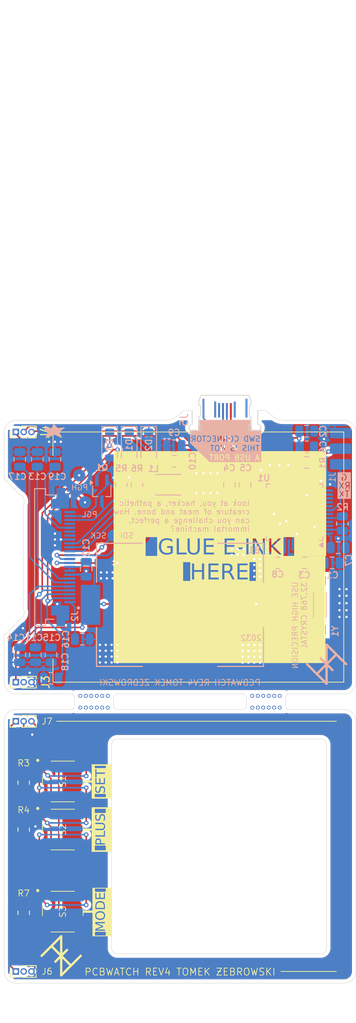
<source format=kicad_pcb>
(kicad_pcb (version 20241229) (generator "pcbnew") (generator_version "9.0")
  (layers (0 "F.Cu" signal) (2 "B.Cu" signal) (13 "F.Paste" user) (15 "B.Paste" user) (5 "F.SilkS" user "F.Silkscreen") (7 "B.SilkS" user "B.Silkscreen") (1 "F.Mask" user) (3 "B.Mask" user) (25 "Edge.Cuts" user))
  (net 0 "")
  (net 19 "/NRST")
  (net 20 "Net-(U1-PC15)")
  (net 21 "Net-(U1-PC14)")
  (net 22 "Net-(U1-BOOT0)")
  (net 23 "/SWDIO")
  (net 24 "/SWCLK")
  (net 25 "GND")
  (net 26 "+3V0")
  (net 27 "Net-(J2-VSH2)")
  (net 28 "Net-(J2-VDD)")
  (net 29 "Net-(J2-VSH1)")
  (net 30 "Net-(J2-VSL)")
  (net 31 "Net-(J2-VCOM)")
  (net 32 "/PREVGL")
  (net 33 "Net-(D3-A)")
  (net 34 "Net-(D1-K)")
  (net 35 "/PREVGH")
  (net 36 "Net-(J2-VPP)")
  (net 37 "/GDR")
  (net 39 "/SCLK")
  (net 40 "/D{slash}C")
  (net 45 "/RES")
  (net 47 "/RESE")
  (net 48 "/SDI")
  (net 49 "/BUSY")
  (net 50 "/CS")
  (net 54 "/TX")
  (net 55 "/RX")
  (net 68 "GND-T")
  (net 69 "/BUTTON1-T")
  (net 70 "+3V0-T")
  (net 71 "/BUTTON2-T")
  (net 72 "/BUTTON3-T")
  (net 73 "/BUTTON1")
  (net 74 "/BUTTON2")
  (net 76 "/BUTTON3")
  (footprint "E-Ink-1.54:E-Ink 1.54 Display" (layer "F.Cu") (at 206.25 26.5)
    (property "Reference" "e-ink1")
    (property "Value" "~")
  )
  (footprint "Connector_PinHeader_1.00mm:PinHeader_1x03_P1.00mm_Vertical" (layer "F.Cu") (at 201.5 58.5 90)
    (property "Reference" "J3")
    (property "Value" "Pin header A")
  )
  (footprint "Connector_PinHeader_1.00mm:PinHeader_1x03_P1.00mm_Vertical" (layer "F.Cu") (at 201.5 63.5 90)
    (property "Reference" "J7")
    (property "Value" "Pin header B top")
  )
  (footprint "PTS526_SM15_SMTR2_LFS:PTS526SM15SMTR2LFS" (layer "F.Cu") (at 207.5 71.2)
    (property "Reference" "S1")
    (property "Value" "BUTTON")
  )
  (footprint "Resistor_SMD:R_0805_2012Metric" (layer "F.Cu") (at 202.5 71.35 90)
    (property "Reference" "R3")
    (property "Value" "100K")
  )
  (footprint "Connector_PinHeader_1.00mm:PinHeader_1x03_P1.00mm_Vertical" (layer "F.Cu") (at 201.5 26.5 90)
    (property "Reference" "J4")
    (property "Value" "Pin header B")
  )
  (footprint "PCB_USBC:PCBTypeC_14P" (layer "F.Cu") (at 228.25 26.25 90)
    (property "Reference" "J5")
    (property "Value" "~")
    (fp_line (start 0.700999 -4.2) (end 2.5 -4.2) (stroke (width 0.1)) (layer "Edge.Cuts"))
    (fp_line (start 0 -3.93701) (end 0 -3.61) (stroke (width 0.1)) (layer "Edge.Cuts"))
    (fp_line (start 3.7 -3.345) (end 3.199998 -3.345) (stroke (width 0.1)) (layer "Edge.Cuts"))
    (fp_line (start 3.7 -3.345) (end 4.45 -3.045) (stroke (width 0.1)) (layer "Edge.Cuts"))
    (fp_line (start 1.700002 -3.345) (end 0.7 -3.345) (stroke (width 0.1)) (layer "Edge.Cuts"))
    (fp_line (start 2.90871 -3.096) (end 1.9916 -3.096) (stroke (width 0.1)) (layer "Edge.Cuts"))
    (fp_line (start 4.45 -3.045) (end 4.45 3.045) (stroke (width 0.1)) (layer "Edge.Cuts"))
    (fp_line (start 2.90845 3.096) (end 1.99129 3.096) (stroke (width 0.1)) (layer "Edge.Cuts"))
    (fp_line (start 3.7 3.345) (end 4.45 3.045) (stroke (width 0.1)) (layer "Edge.Cuts"))
    (fp_line (start 3.7 3.345) (end 3.199962 3.345) (stroke (width 0.1)) (layer "Edge.Cuts"))
    (fp_line (start 1.700002 3.345) (end 0.7 3.345) (stroke (width 0.1)) (layer "Edge.Cuts"))
    (fp_line (start 0 3.93701) (end 0 3.61) (stroke (width 0.1)) (layer "Edge.Cuts"))
    (fp_line (start 0.700999 4.2) (end 2.5 4.2) (stroke (width 0.1)) (layer "Edge.Cuts"))
    (fp_arc (start 0 -3.93701) (mid 0.160643 -4.574566) (end 0.700999 -4.2) (stroke (width 0.1)) (layer "Edge.Cuts"))
    (fp_arc (start 3.199998 -3.345) (mid 3.10022 -3.166653) (end 2.90871 -3.096) (stroke (width 0.1)) (layer "Edge.Cuts"))
    (fp_arc (start 0.7 -3.345) (mid 0.159644 -2.970434) (end -0.000999 -3.60799) (stroke (width 0.1)) (layer "Edge.Cuts"))
    (fp_arc (start 1.9916 -3.096) (mid 1.799849 -3.166734) (end 1.700038 -3.345) (stroke (width 0.1)) (layer "Edge.Cuts"))
    (fp_arc (start 2.90845 3.096) (mid 3.100151 3.166734) (end 3.199962 3.345) (stroke (width 0.1)) (layer "Edge.Cuts"))
    (fp_arc (start 1.700002 3.345) (mid 1.79978 3.166653) (end 1.99129 3.096) (stroke (width 0.1)) (layer "Edge.Cuts"))
    (fp_arc (start -0.000999 3.60799) (mid 0.159644 2.970434) (end 0.7 3.345) (stroke (width 0.1)) (layer "Edge.Cuts"))
    (fp_arc (start 0.700999 4.2) (mid 0.160442 4.574491) (end 0 3.93701) (stroke (width 0.1)) (layer "Edge.Cuts"))
  )
  (footprint "PTS526_SM15_SMTR2_LFS:PTS526SM15SMTR2LFS" (layer "F.Cu") (at 207.5 77.35)
    (property "Reference" "S2")
    (property "Value" "BUTTON")
  )
  (footprint "Connector_PinHeader_1.00mm:PinHeader_1x03_P1.00mm_Vertical" (layer "F.Cu") (at 201.5 95.5 90)
    (property "Reference" "J6")
    (property "Value" "Pin header A top")
  )
  (footprint "Resistor_SMD:R_0805_2012Metric" (layer "F.Cu") (at 202.5 88 90)
    (property "Reference" "R7")
    (property "Value" "100K")
  )
  (footprint "Resistor_SMD:R_0805_2012Metric" (layer "F.Cu") (at 202.5 77.35 90)
    (property "Reference" "R4")
    (property "Value" "100K")
  )
  (footprint "PTS526_SM15_SMTR2_LFS:PTS526SM15SMTR2LFS" (layer "F.Cu") (at 207.5 87.85)
    (property "Reference" "S3")
    (property "Value" "BUTTON")
  )
  (footprint "Resistor_SMD:R_0805_2012Metric" (layer "B.Cu") (at 243.274468 38.210496 90)
    (property "Reference" "R2")
    (property "Value" "10K")
  )
  (footprint "Diode_SMD:D_SOD-123" (layer "B.Cu") (at 218.5 28.1625 -90)
    (property "Reference" "D2")
    (property "Value" "MBR0530")
  )
  (footprint "Capacitor_SMD:C_0805_2012Metric" (layer "B.Cu") (at 241.95 43.25)
    (property "Reference" "C1")
    (property "Value" "10p")
  )
  (footprint "Resistor_SMD:R_0805_2012Metric" (layer "B.Cu") (at 217 33.25 -90)
    (property "Reference" "R6")
    (property "Value" "3/0.47/2.2")
  )
  (footprint "Capacitor_SMD:C_0805_2012Metric" (layer "B.Cu") (at 228.825 33.25 -90)
    (property "Reference" "C4")
    (property "Value" "10u")
  )
  (footprint "Capacitor_SMD:C_0805_2012Metric" (layer "B.Cu") (at 238.692536 30.4 180)
    (property "Reference" "C6")
    (property "Value" "0.1u")
  )
  (footprint "Capacitor_SMD:C_0805_2012Metric" (layer "B.Cu") (at 210.5 44.05 -90)
    (property "Reference" "C12")
    (property "Value" "1u")
  )
  (footprint "Capacitor_SMD:C_0805_2012Metric" (layer "B.Cu") (at 202 30 90)
    (property "Reference" "C17")
    (property "Value" "1u(optional)")
  )
  (footprint "Capacitor_SMD:C_0805_2012Metric" (layer "B.Cu") (at 204.25 30 90)
    (property "Reference" "C13")
    (property "Value" "1u")
  )
  (footprint "Capacitor_SMD:C_0805_2012Metric" (layer "B.Cu") (at 206 55 -90)
    (property "Reference" "C15")
    (property "Value" "1u")
  )
  (footprint "Capacitor_SMD:C_0805_2012Metric" (layer "B.Cu") (at 206 58 180)
    (property "Reference" "C18")
    (property "Value" "1u")
  )
  (footprint "Capacitor_SMD:C_0805_2012Metric" (layer "B.Cu") (at 238.45 43.25 180)
    (property "Reference" "C3")
    (property "Value" "10p")
  )
  (footprint "24-Pin-FPC-Connector:AMPHENOL_SFV24R-1STE1HLF" (layer "B.Cu") (at 206 42.5 90)
    (property "Reference" "J2")
    (property "Value" "E-Ink connector")
  )
  (footprint "LQH32CN100K23L:IND_LQH32CN100K23L" (layer "B.Cu") (at 221 33.25 180)
    (property "Reference" "L1")
    (property "Value" "10u/47u")
  )
  (footprint "Capacitor_SMD:C_0805_2012Metric" (layer "B.Cu") (at 202 55 -90)
    (property "Reference" "C14")
    (property "Value" "1u")
  )
  (footprint "Capacitor_SMD:C_0805_2012Metric" (layer "B.Cu") (at 238.692536 26.4)
    (property "Reference" "C2")
    (property "Value" "0.1u")
  )
  (footprint "CR2032 Battery Holder:BATT_HLDR_LNX" (layer "B.Cu") (at 222.498147 48.608082 180)
    (property "Reference" "B1")
    (property "Value" "BAT-HLD-001")
  )
  (footprint "Diode_SMD:D_SOD-123" (layer "B.Cu") (at 216 28.1625 -90)
    (property "Reference" "D1")
    (property "Value" "MBR0530")
  )
  (footprint "Capacitor_SMD:C_0805_2012Metric" (layer "B.Cu") (at 204 55 -90)
    (property "Reference" "C11")
    (property "Value" "1u")
  )
  (footprint "Package_TO_SOT_SMD:SOT-323_SC-70_Handsoldering" (layer "B.Cu") (at 212.5 34.03 -90)
    (property "Reference" "Q1")
    (property "Value" "Si1304BDL / Si1308EDL TUBE MOS")
  )
  (footprint "Capacitor_SMD:C_0805_2012Metric" (layer "B.Cu") (at 242.724467 41.297996)
    (property "Reference" "C7")
    (property "Value" "0.1u")
  )
  (footprint "Capacitor_SMD:C_0805_2012Metric" (layer "B.Cu") (at 235 43.25)
    (property "Reference" "C8")
    (property "Value" "0.1u")
  )
  (footprint "Resistor_SMD:R_0805_2012Metric" (layer "B.Cu") (at 238.730036 28.4)
    (property "Reference" "R1")
    (property "Value" "10K")
  )
  (footprint "AB26T_32_768KHZ:XTAL_AB26T-32.768KHZ" (layer "B.Cu") (at 239.95 45.5 -90)
    (property "Reference" "Y1")
    (property "Value" "32.768KHZ")
  )
  (footprint "Capacitor_SMD:C_0805_2012Metric" (layer "B.Cu") (at 206.5 30 90)
    (property "Reference" "C19")
    (property "Value" "1u")
  )
  (footprint "Resistor_SMD:R_0805_2012Metric" (layer "B.Cu") (at 215 33.25 -90)
    (property "Reference" "R5")
    (property "Value" "10k")
  )
  (footprint "Package_QFP:LQFP-48_7x7mm_P0.5mm" (layer "B.Cu") (at 237.1625 36.75 90)
    (property "Reference" "U1")
    (property "Value" "STM32L010C6Tx")
  )
  (footprint "Capacitor_SMD:C_0805_2012Metric" (layer "B.Cu") (at 221.75 30.25)
    (property "Reference" "C10")
    (property "Value" "4u7")
  )
  (footprint "my_footprints:Untitled_2" (layer "B.Cu") (at 244.781244 31.381587 90)
    (property "Reference" "J1")
    (property "Value" "UART Pads")
  )
  (footprint "Diode_SMD:D_SOD-123" (layer "B.Cu") (at 213.5 28.1625 -90)
    (property "Reference" "D3")
    (property "Value" "MBR0530")
  )
  (footprint "Capacitor_SMD:C_0805_2012Metric" (layer "B.Cu") (at 221.75 28.25 180)
    (property "Reference" "C9")
    (property "Value" "4u7")
  )
  (footprint "Capacitor_SMD:C_0805_2012Metric" (layer "B.Cu") (at 210 53)
    (property "Reference" "C16")
    (property "Value" "1u")
  )
  (footprint "Capacitor_SMD:C_0805_2012Metric" (layer "B.Cu") (at 230.825 33.25 -90)
    (property "Reference" "C5")
    (property "Value" "0.1u")
  )
  (gr_circle (center 209.6 32.040569) (end 209.35 31.290569) (fill yes) (layer "B.Cu") (net 35))
  (gr_circle (center 214 39.75) (end 213.75 39) (fill yes) (layer "B.Cu") (net 39))
  (gr_circle (center 217.5 39.75) (end 217.25 39) (fill yes) (layer "B.Cu") (net 48))
  (gr_circle (center 210.35 35.5) (end 210.1 34.75) (fill yes) (layer "B.Cu") (net 32))
  (gr_rect (start 210.1 77.2) (end 211.3 77.5) (fill yes) (layer "F.SilkS"))
  (gr_line (start 207.3 96) (end 209.8 93.5) (stroke (width 0.3)) (layer "F.SilkS"))
  (gr_rect (start 211.2 69) (end 211.6 73.4) (fill yes) (layer "F.SilkS"))
  (gr_rect (start 211.55 69) (end 213.05 69.2) (fill yes) (layer "F.SilkS"))
  (gr_rect (start 211.55 74.5) (end 213.05 74.7) (fill yes) (layer "F.SilkS"))
  (gr_rect (start 213 84.8) (end 213.7 91) (fill yes) (layer "F.SilkS"))
  (gr_line (start 207.3 91) (end 207.3 96) (stroke (width 0.3)) (layer "F.SilkS"))
  (gr_rect (start 211.3 84.8) (end 211.622141 91) (fill yes) (layer "F.SilkS"))
  (gr_rect (start 211.2 74.5) (end 211.6 80.2) (fill yes) (layer "F.SilkS"))
  (gr_rect (start 210.1 71.05) (end 211.3 71.35) (fill yes) (layer "F.SilkS"))
  (gr_rect (start 211.5 73.2) (end 213 73.4) (fill yes) (layer "F.SilkS"))
  (gr_rect (start 213 74.5) (end 213.7 80.2) (fill yes) (layer "F.SilkS"))
  (gr_line (start 206.55 94.25) (end 208.05 92.75) (stroke (width 0.3)) (layer "F.SilkS"))
  (gr_rect (start 211.6 90.9) (end 213.1 91) (fill yes) (layer "F.SilkS"))
  (gr_line (start 208.55 94.75) (end 206.05 92.25) (stroke (width 0.3)) (layer "F.SilkS"))
  (gr_line (start 206.710665 63.5) (end 242.5 63.5) (stroke (width 0.1)) (layer "F.SilkS"))
  (gr_rect (start 211.5 80) (end 213 80.2) (fill yes) (layer "F.SilkS"))
  (gr_rect (start 211.65 84.8) (end 213.15 84.9) (fill yes) (layer "F.SilkS"))
  (gr_line (start 204.8 93.5) (end 207.3 91) (stroke (width 0.3)) (layer "F.SilkS"))
  (gr_rect (start 213 69) (end 213.7 73.4) (fill yes) (layer "F.SilkS"))
  (gr_rect (start 210.1 87.7) (end 211.3 88) (fill yes) (layer "F.SilkS"))
  (gr_line (start 227.724898 95.5) (end 227.324898 95.5) (stroke (width 0.1)) (layer "F.SilkS"))
  (gr_line (start 235.42133 95.5) (end 242.5 95.5) (stroke (width 0.1)) (layer "F.SilkS"))
  (gr_rect (start 232.722246 26.9) (end 232.9 30.25) (fill yes) (layer "B.SilkS"))
  (gr_rect (start 242.7 34.95) (end 244.3 35.05) (fill yes) (layer "B.SilkS"))
  (gr_rect (start 226.2 29) (end 232.75 29.3) (fill yes) (layer "B.SilkS"))
  (gr_rect (start 223.8 26.25) (end 223.9 27.85) (fill yes) (layer "B.SilkS"))
  (gr_line (start 241.25 58.7) (end 238.75 56.2) (stroke (width 0.3)) (layer "B.SilkS"))
  (gr_rect (start 226.1 27.8) (end 232.811123 28.1) (fill yes) (layer "B.SilkS"))
  (gr_rect (start 242.65 32.85) (end 242.801759 33.95) (fill yes) (layer "B.SilkS"))
  (gr_rect (start 243.85 31.75) (end 244.35 32.85) (fill yes) (layer "B.SilkS"))
  (gr_line (start 241.25 53.7) (end 241.25 58.7) (stroke (width 0.3)) (layer "B.SilkS"))
  (gr_line (start 242 56.95) (end 240.5 55.45) (stroke (width 0.3)) (layer "B.SilkS"))
  (gr_poly (pts (xy 205.6 26.65) (xy 205.35 27.25) (xy 206.45 26.8) (xy 207.35 27.2) (xy 207 26.5) (xy 207.7 25.95) (xy 206.85 26.05) (xy 206.35 25.55) (xy 206.1 26.05) (xy 205.1 25.95)) (stroke (width 0.1)) (fill yes) (layer "B.SilkS"))
  (gr_line (start 243.75 56.2) (end 241.25 53.7) (stroke (width 0.3)) (layer "B.SilkS"))
  (gr_rect (start 242.65 33.95) (end 242.819526 35.05) (fill yes) (layer "B.SilkS"))
  (gr_line (start 240 57.45) (end 242.5 54.95) (stroke (width 0.3)) (layer "B.SilkS"))
  (gr_rect (start 244.221792 33.95) (end 244.35 35.05) (fill yes) (layer "B.SilkS"))
  (gr_rect (start 244.221792 32.85) (end 244.35 33.95) (fill yes) (layer "B.SilkS"))
  (gr_rect (start 226.2 28.1) (end 226.3 29) (fill yes) (layer "B.SilkS"))
  (gr_rect (start 242.65 31.75) (end 243.15 32.85) (fill yes) (layer "B.SilkS"))
  (gr_rect (start 225.6 27.8) (end 226.2 29.45) (fill yes) (layer "B.SilkS"))
  (gr_rect (start 242.65 31.65) (end 244.35 31.75) (fill yes) (layer "B.SilkS"))
  (gr_line (start 218.071829 58.523591) (end 218.471829 58.523591) (stroke (width 0.1)) (layer "B.SilkS"))
  (gr_rect (start 223.8 27.8) (end 225.6 27.95) (fill yes) (layer "B.SilkS"))
  (gr_poly (pts (xy 223.8 27.95) (xy 226.3 30.35) (xy 226.3 29.5) (xy 225.6 27.95)) (fill yes) (layer "B.SilkS"))
  (gr_rect (start 223.9 26.25) (end 232.9 26.9) (fill yes) (layer "B.SilkS"))
  (gr_rect (start 226.3 30.2) (end 232.9 30.35) (fill yes) (layer "B.SilkS"))
  (gr_line (start 200 52.5) (end 201.958804 50.541196) (stroke (width 0.05)) (layer "Edge.Cuts"))
  (gr_line (start 241.25 66.5) (end 241.25 92.5) (stroke (width 0.05)) (layer "Edge.Cuts"))
  (gr_line (start 223 23.75) (end 222.056269 24.536443) (stroke (width 0.05)) (layer "Edge.Cuts"))
  (gr_line (start 245 95.5) (end 245 63.5) (stroke (width 0.05)) (layer "Edge.Cuts"))
  (gr_arc (start 230.5 60) (mid 230.853553 60.146447) (end 231 60.5) (stroke (width 0.05)) (layer "Edge.Cuts"))
  (gr_line (start 214 61.5) (end 214 60.5) (stroke (width 0.05)) (layer "Edge.Cuts"))
  (gr_arc (start 243.5 62) (mid 244.56066 62.43934) (end 245 63.5) (stroke (width 0.05)) (layer "Edge.Cuts"))
  (gr_line (start 214.5 65.75) (end 240.5 65.75) (stroke (width 0.05)) (layer "Edge.Cuts"))
  (gr_line (start 230.5 62) (end 214.5 62) (stroke (width 0.05)) (layer "Edge.Cuts"))
  (gr_line (start 213.75 92.5) (end 213.75 66.5) (stroke (width 0.05)) (layer "Edge.Cuts"))
  (gr_line (start 245 58.5) (end 245 26.5) (stroke (width 0.05)) (layer "Edge.Cuts"))
  (gr_arc (start 245 95.5) (mid 244.56066 96.56066) (end 243.5 97) (stroke (width 0.05)) (layer "Edge.Cuts"))
  (gr_arc (start 213.75 66.5) (mid 213.96967 65.96967) (end 214.5 65.75) (stroke (width 0.05)) (layer "Edge.Cuts"))
  (gr_line (start 214.5 60) (end 230.5 60) (stroke (width 0.05)) (layer "Edge.Cuts"))
  (gr_line (start 201.5 62) (end 208.5 62) (stroke (width 0.05)) (layer "Edge.Cuts"))
  (gr_arc (start 236.5 62) (mid 236.146447 61.853553) (end 236 61.5) (stroke (width 0.05)) (layer "Edge.Cuts"))
  (gr_arc (start 231 61.5) (mid 230.853553 61.853553) (end 230.5 62) (stroke (width 0.05)) (layer "Edge.Cuts"))
  (gr_line (start 200 63.5) (end 200 95.5) (stroke (width 0.05)) (layer "Edge.Cuts"))
  (gr_arc (start 214 60.5) (mid 214.146447 60.146447) (end 214.5 60) (stroke (width 0.05)) (layer "Edge.Cuts"))
  (gr_line (start 200 58.5) (end 200 52.5) (stroke (width 0.05)) (layer "Edge.Cuts"))
  (gr_arc (start 201.5 97) (mid 200.43934 96.56066) (end 200 95.5) (stroke (width 0.05)) (layer "Edge.Cuts"))
  (gr_line (start 231 60.5) (end 231 61.5) (stroke (width 0.05)) (layer "Edge.Cuts"))
  (gr_line (start 200 26.5) (end 200 32.5) (stroke (width 0.05)) (layer "Edge.Cuts"))
  (gr_line (start 201.5 97) (end 243.5 97) (stroke (width 0.05)) (layer "Edge.Cuts"))
  (gr_arc (start 241.25 92.5) (mid 241.03033 93.03033) (end 240.5 93.25) (stroke (width 0.05)) (layer "Edge.Cuts"))
  (gr_line (start 223 23.75) (end 224.05 23.75) (stroke (width 0.05)) (layer "Edge.Cuts"))
  (gr_line (start 233.5 23.75) (end 232.45 23.75) (stroke (width 0.05)) (layer "Edge.Cuts"))
  (gr_arc (start 240.5 65.75) (mid 241.03033 65.96967) (end 241.25 66.5) (stroke (width 0.05)) (layer "Edge.Cuts"))
  (gr_line (start 236.5 60) (end 243.5 60) (stroke (width 0.05)) (layer "Edge.Cuts"))
  (gr_line (start 243.5 62) (end 236.5 62) (stroke (width 0.05)) (layer "Edge.Cuts"))
  (gr_line (start 201.5 60) (end 208.5 60) (stroke (width 0.05)) (layer "Edge.Cuts"))
  (gr_arc (start 214.5 62) (mid 214.146447 61.853553) (end 214 61.5) (stroke (width 0.05)) (layer "Edge.Cuts"))
  (gr_line (start 243.5 25) (end 235.7241 25) (stroke (width 0.05)) (layer "Edge.Cuts"))
  (gr_line (start 209 61.5) (end 209 60.5) (stroke (width 0.05)) (layer "Edge.Cuts"))
  (gr_arc (start 200 63.5) (mid 200.43934 62.43934) (end 201.5 62) (stroke (width 0.05)) (layer "Edge.Cuts"))
  (gr_line (start 220.7759 25) (end 201.5 25) (stroke (width 0.05)) (layer "Edge.Cuts"))
  (gr_arc (start 235.7241 25) (mid 235.04325 24.880543) (end 234.443731 24.536443) (stroke (width 0.05)) (layer "Edge.Cuts"))
  (gr_arc (start 243.5 25) (mid 244.56066 25.43934) (end 245 26.5) (stroke (width 0.05)) (layer "Edge.Cuts"))
  (gr_arc (start 245 58.5) (mid 244.56066 59.56066) (end 243.5 60) (stroke (width 0.05)) (layer "Edge.Cuts"))
  (gr_line (start 234.443731 24.536443) (end 233.5 23.75) (stroke (width 0.05)) (layer "Edge.Cuts"))
  (gr_arc (start 201.5 60) (mid 200.43934 59.56066) (end 200 58.5) (stroke (width 0.05)) (layer "Edge.Cuts"))
  (gr_line (start 202.5 49.234635) (end 202.5 35.765365) (stroke (width 0.05)) (layer "Edge.Cuts"))
  (gr_line (start 240.5 93.25) (end 214.5 93.25) (stroke (width 0.05)) (layer "Edge.Cuts"))
  (gr_arc (start 208.5 60) (mid 208.853553 60.146447) (end 209 60.5) (stroke (width 0.05)) (layer "Edge.Cuts"))
  (gr_line (start 200 32.5) (end 201.958804 34.458804) (stroke (width 0.05)) (layer "Edge.Cuts"))
  (gr_arc (start 200 26.5) (mid 200.43934 25.43934) (end 201.5 25) (stroke (width 0.05)) (layer "Edge.Cuts"))
  (gr_arc (start 202.5 49.234635) (mid 202.499988 49.999994) (end 201.958804 50.541196) (stroke (width 0.05)) (layer "Edge.Cuts"))
  (gr_arc (start 214.5 93.25) (mid 213.96967 93.03033) (end 213.75 92.5) (stroke (width 0.05)) (layer "Edge.Cuts"))
  (gr_arc (start 236 60.5) (mid 236.146447 60.146447) (end 236.5 60) (stroke (width 0.05)) (layer "Edge.Cuts"))
  (gr_arc (start 201.958804 34.458804) (mid 202.499999 35.000002) (end 202.5 35.765365) (stroke (width 0.05)) (layer "Edge.Cuts"))
  (gr_arc (start 222.056269 24.536443) (mid 221.456751 24.880544) (end 220.7759 25) (stroke (width 0.05)) (layer "Edge.Cuts"))
  (gr_line (start 236 61.5) (end 236 60.5) (stroke (width 0.05)) (layer "Edge.Cuts"))
  (gr_arc (start 209 61.5) (mid 208.853553 61.853553) (end 208.5 62) (stroke (width 0.05)) (layer "Edge.Cuts"))
  (gr_text "PCBWATCH REV4 TOMEK ZEBROWSKI" (at 222.5 96.081793 -0) (layer "F.SilkS") (effects (font (size 0.9 0.9) (thickness 0.1)) (justify bottom)))
  (gr_text "PLUS" (at 213.1 77.35 90) (layer "F.SilkS" knockout) (effects (font (size 1.2 1.2) (thickness 0.1)) (justify bottom)))
  (gr_text "SET" (at 213.1 71.2 90) (layer "F.SilkS" knockout) (effects (font (size 1.2 1.2) (thickness 0.1)) (justify bottom)))
  (gr_text "MODE" (at 213.1 87.9 90) (layer "F.SilkS" knockout) (effects (font (size 1.2 1.2) (thickness 0.1)) (justify bottom)))
  (gr_text "PCBWATCH REV4 TOMEK ZEBROWSKI" (at 222.5 59 0) (layer "B.SilkS") (effects (font (size 0.76 0.76) (thickness 0.1)) (justify bottom mirror)))
  (gr_text "SWD CONNECTOR" (at 232.85 27.8 0) (layer "B.SilkS" knockout) (effects (font (size 0.7 0.7) (thickness 0.1)) (justify left bottom mirror)))
  (gr_text "can you challenge a perfect," (at 231.5 38.2 0) (layer "B.SilkS") (effects (font (size 0.7 0.7) (thickness 0.1)) (justify left bottom mirror)))
  (gr_text "A USB PORT" (at 232.75 30.2 0) (layer "B.SilkS" knockout) (effects (font (size 0.7 0.7) (thickness 0.1)) (justify left bottom mirror)))
  (gr_text "USE HIGH PRECISION" (at 237.648305 45.6 90) (layer "B.SilkS") (effects (font (size 0.7 0.7) (thickness 0.1)) (justify left bottom mirror)))
  (gr_text "G" (at 243.487271 32.78085 0) (layer "B.SilkS" knockout) (effects (font (size 0.8 0.8) (thickness 0.1)) (justify bottom mirror)))
  (gr_text "SCK" (at 213.166145 39.763075 0) (layer "B.SilkS") (effects (font (size 0.7 0.7) (thickness 0.1)) (justify left mirror)))
  (gr_text "PGL" (at 212 37.05 0) (layer "B.SilkS") (effects (font (size 0.7 0.7) (thickness 0.1)) (justify left mirror)))
  (gr_text "PGH" (at 210.8 33.6 0) (layer "B.SilkS") (effects (font (size 0.7 0.7) (thickness 0.1)) (justify left mirror)))
  (gr_text "SDI" (at 216.620989 40.157252 0) (layer "B.SilkS") (effects (font (size 0.7 0.7) (thickness 0.1)) (justify left bottom mirror)))
  (gr_text "creature of meat and bone. How" (at 231.5 37.1 0) (layer "B.SilkS") (effects (font (size 0.7 0.7) (thickness 0.1)) (justify left bottom mirror)))
  (gr_text "2032" (at 233 53.25 0) (layer "B.SilkS") (effects (font (size 0.7 0.7) (thickness 0.1)) (justify left bottom mirror)))
  (gr_text "RX" (at 243.55 33.85 0) (layer "B.SilkS" knockout) (effects (font (size 0.8 0.8) (thickness 0.1)) (justify bottom mirror)))
  (gr_text "THIS IS NOT" (at 232.75 29 0) (layer "B.SilkS" knockout) (effects (font (size 0.7 0.7) (thickness 0.1)) (justify left bottom mirror)))
  (gr_text "32.768 CRYSTAL" (at 238.798305 45.6 90) (layer "B.SilkS") (effects (font (size 0.7 0.7) (thickness 0.1)) (justify left bottom mirror)))
  (gr_text "TX" (at 243.494209 34.914321 0) (layer "B.SilkS" knockout) (effects (font (size 0.8 0.8) (thickness 0.1)) (justify bottom mirror)))
  (gr_text "immortal machine?" (at 231.5 39.3 0) (layer "B.SilkS") (effects (font (size 0.7 0.7) (thickness 0.1)) (justify left bottom mirror)))
  (gr_text "look at you, hacker, a pathetic" (at 231.485559 36 0) (layer "B.SilkS") (effects (font (size 0.7 0.7) (thickness 0.1)) (justify left bottom mirror)))
  (via (at 231.75 61.75) (size 0.5) (drill 0.3) (layers "F.Cu" "B.Cu") (net 0))
  (via (at 212.55 60.25) (size 0.5) (drill 0.3) (layers "F.Cu" "B.Cu") (net 0))
  (via (at 210.45 60.25) (size 0.5) (drill 0.3) (layers "F.Cu" "B.Cu") (net 0))
  (via (at 234.55 60.25) (size 0.5) (drill 0.3) (layers "F.Cu" "B.Cu") (net 0))
  (via (at 233.15 61.75) (size 0.5) (drill 0.3) (layers "F.Cu" "B.Cu") (net 0))
  (via (at 211.15 60.25) (size 0.5) (drill 0.3) (layers "F.Cu" "B.Cu") (net 0))
  (via (at 213.25 61.75) (size 0.5) (drill 0.3) (layers "F.Cu" "B.Cu") (net 0))
  (via (at 210.45 61.75) (size 0.5) (drill 0.3) (layers "F.Cu" "B.Cu") (net 0))
  (via (at 232.45 60.25) (size 0.5) (drill 0.3) (layers "F.Cu" "B.Cu") (net 0))
  (via (at 233.85 60.25) (size 0.5) (drill 0.3) (layers "F.Cu" "B.Cu") (net 0))
  (via (at 212.55 61.75) (size 0.5) (drill 0.3) (layers "F.Cu" "B.Cu") (net 0))
  (via (at 233.15 60.25) (size 0.5) (drill 0.3) (layers "F.Cu" "B.Cu") (net 0))
  (via (at 211.85 61.75) (size 0.5) (drill 0.3) (layers "F.Cu" "B.Cu") (net 0))
  (via (at 235.25 60.25) (size 0.5) (drill 0.3) (layers "F.Cu" "B.Cu") (net 0))
  (via (at 209.75 60.25) (size 0.5) (drill 0.3) (layers "F.Cu" "B.Cu") (net 0))
  (via (at 234.55 61.75) (size 0.5) (drill 0.3) (layers "F.Cu" "B.Cu") (net 0))
  (via (at 211.85 60.25) (size 0.5) (drill 0.3) (layers "F.Cu" "B.Cu") (net 0))
  (via (at 232.45 61.75) (size 0.5) (drill 0.3) (layers "F.Cu" "B.Cu") (net 0))
  (via (at 235.25 61.75) (size 0.5) (drill 0.3) (layers "F.Cu" "B.Cu") (net 0))
  (via (at 211.15 61.75) (size 0.5) (drill 0.3) (layers "F.Cu" "B.Cu") (net 0))
  (via (at 213.25 60.25) (size 0.5) (drill 0.3) (layers "F.Cu" "B.Cu") (net 0))
  (via (at 231.75 60.25) (size 0.5) (drill 0.3) (layers "F.Cu" "B.Cu") (net 0))
  (via (at 209.75 61.75) (size 0.5) (drill 0.3) (layers "F.Cu" "B.Cu") (net 0))
  (via (at 233.85 61.75) (size 0.5) (drill 0.3) (layers "F.Cu" "B.Cu") (net 0))
  (segment (start 237.75 27.332119) (end 237.742536 27.324655) (width 0.2) (layer "F.Cu") (net 19))
  (segment (start 237.742536 27.324655) (end 237.667881 27.25) (width 0.2) (layer "F.Cu") (net 19))
  (segment (start 237.45 39.55) (end 237.75 39.25) (width 0.2) (layer "F.Cu") (net 19))
  (segment (start 237.667881 27.25) (end 229.873 27.25) (width 0.2) (layer "F.Cu") (net 19))
  (segment (start 237.75 39.25) (end 237.75 27.332119) (width 0.2) (layer "F.Cu") (net 19))
  (segment (start 229.873 27.25) (end 229 26.377) (width 0.2) (layer "F.Cu") (net 19))
  (segment (start 229 26.377) (end 229 24.531) (width 0.2) (layer "F.Cu") (net 19))
  (via (at 237.742536 27.324655) (size 0.6) (drill 0.3) (layers "F.Cu" "B.Cu") (net 19))
  (via (at 237.45 39.55) (size 0.6) (drill 0.3) (layers "F.Cu" "B.Cu") (net 19))
  (segment (start 237.742536 28.325) (end 237.817536 28.4) (width 0.2) (layer "B.Cu") (net 19))
  (segment (start 237.742536 27.324655) (end 237.742536 28.325) (width 0.2) (layer "B.Cu") (net 19))
  (segment (start 236.9125 40.0875) (end 236.9125 40.9125) (width 0.2) (layer "B.Cu") (net 19))
  (segment (start 237.45 39.55) (end 236.9125 40.0875) (width 0.2) (layer "B.Cu") (net 19))
  (segment (start 237.742536 26.4) (end 237.742536 27.324655) (width 0.2) (layer "B.Cu") (net 19))
  (segment (start 239.825 45.5) (end 239.825 43.8) (width 0.2) (layer "B.Cu") (net 20))
  (segment (start 239.275 43.25) (end 238.4125 42.3875) (width 0.2) (layer "B.Cu") (net 20))
  (segment (start 239.825 43.8) (end 239.275 43.25) (width 0.2) (layer "B.Cu") (net 20))
  (segment (start 238.4125 42.3875) (end 238.4125 40.9125) (width 0.2) (layer "B.Cu") (net 20))
  (segment (start 238.9125 41.683824) (end 238.9125 40.9125) (width 0.2) (layer "B.Cu") (net 21))
  (segment (start 241.0625 43.0625) (end 240.1 42.1) (width 0.2) (layer "B.Cu") (net 21))
  (segment (start 239.328676 42.1) (end 238.9125 41.683824) (width 0.2) (layer "B.Cu") (net 21))
  (segment (start 240.725 45.5) (end 240.725 43.4) (width 0.2) (layer "B.Cu") (net 21))
  (segment (start 240.725 43.4) (end 241.0625 43.0625) (width 0.2) (layer "B.Cu") (net 21))
  (segment (start 240.1 42.1) (end 239.328676 42.1) (width 0.2) (layer "B.Cu") (net 21))
  (segment (start 242.825 37.5) (end 241.325 37.5) (width 0.2) (layer "B.Cu") (net 22))
  (segment (start 243.325 37) (end 242.825 37.5) (width 0.2) (layer "B.Cu") (net 22))
  (segment (start 228 26.5) (end 228 24.531) (width 0.2) (layer "F.Cu") (net 23))
  (segment (start 232.875 31.375) (end 228 26.5) (width 0.2) (layer "F.Cu") (net 23))
  (via (at 232.875 31.375) (size 0.6) (drill 0.3) (layers "F.Cu" "B.Cu") (net 23))
  (segment (start 232.875 31.375) (end 233 31.5) (width 0.2) (layer "B.Cu") (net 23))
  (segment (start 238.596324 31.5) (end 238.9125 31.816176) (width 0.2) (layer "B.Cu") (net 23))
  (segment (start 233 31.5) (end 238.596324 31.5) (width 0.2) (layer "B.Cu") (net 23))
  (segment (start 238.9125 31.816176) (end 238.9125 32.5875) (width 0.2) (layer "B.Cu") (net 23))
  (segment (start 228.5 27.946324) (end 228.5 24.531) (width 0.2) (layer "B.Cu") (net 24))
  (segment (start 234.553676 34) (end 228.5 27.946324) (width 0.2) (layer "B.Cu") (net 24))
  (segment (start 241.325 34) (end 234.553676 34) (width 0.2) (layer "B.Cu") (net 24))
  (via (at 206.8 48.5) (size 0.6) (drill 0.3) (layers "F.Cu" "B.Cu") (net 25))
  (via (at 230.626918 42.21281) (size 0.6) (drill 0.3) (layers "F.Cu" "B.Cu") (net 25))
  (via (at 210.5 44.3) (size 0.6) (drill 0.3) (layers "F.Cu" "B.Cu") (net 25))
  (via (at 242.9 50.15) (size 0.6) (drill 0.3) (layers "F.Cu" "B.Cu") (net 25))
  (via (at 212.25 54.475) (size 0.6) (drill 0.3) (layers "F.Cu" "B.Cu") (net 25))
  (via (at 242.9 49.3) (size 0.6) (drill 0.3) (layers "F.Cu" "B.Cu") (net 25))
  (via (at 225.5 31.8) (size 0.6) (drill 0.3) (layers "F.Cu" "B.Cu") (net 25))
  (via (at 227.3 34.3) (size 0.6) (drill 0.3) (layers "F.Cu" "B.Cu") (net 25))
  (via (at 232 44.25) (size 0.6) (drill 0.3) (layers "F.Cu" "B.Cu") (net 25))
  (via (at 227.3 31.8) (size 0.6) (drill 0.3) (layers "F.Cu" "B.Cu") (net 25))
  (via (at 212.25 55.225) (size 0.6) (drill 0.3) (layers "F.Cu" "B.Cu") (net 25))
  (via (at 232 42.75) (size 0.6) (drill 0.3) (layers "F.Cu" "B.Cu") (net 25))
  (via (at 226.4 34.3) (size 0.6) (drill 0.3) (layers "F.Cu" "B.Cu") (net 25))
  (via (at 203.275 57.3) (size 0.6) (drill 0.3) (layers "F.Cu" "B.Cu") (net 25))
  (via (at 232.75 53.75) (size 0.6) (drill 0.3) (layers "F.Cu" "B.Cu") (net 25))
  (via (at 224.6 31.8) (size 0.6) (drill 0.3) (layers "F.Cu" "B.Cu") (net 25))
  (via (at 232.75 55.25) (size 0.6) (drill 0.3) (layers "F.Cu" "B.Cu") (net 25))
  (via (at 230.626918 41.46281) (size 0.6) (drill 0.3) (layers "F.Cu" "B.Cu") (net 25))
  (via (at 242.9 48.4) (size 0.6) (drill 0.3) (layers "F.Cu" "B.Cu") (net 25))
  (via (at 213 55.975) (size 0.6) (drill 0.3) (layers "F.Cu" "B.Cu") (net 25))
  (via (at 213.138261 45.217426) (size 0.6) (drill 0.3) (layers "F.Cu" "B.Cu") (net 25))
  (via (at 216 32.3) (size 0.6) (drill 0.3) (layers "F.Cu" "B.Cu") (net 25))
  (via (at 206.5 39.5) (size 0.6) (drill 0.3) (layers "F.Cu" "B.Cu") (net 25))
  (via (at 206.5 40.25) (size 0.6) (drill 0.3) (layers "F.Cu" "B.Cu") (net 25))
  (via (at 231.25 54.5) (size 0.6) (drill 0.3) (layers "F.Cu" "B.Cu") (net 25))
  (via (at 232 55.25) (size 0.6) (drill 0.3) (layers "F.Cu" "B.Cu") (net 25))
  (via (at 224.6 34.3) (size 0.6) (drill 0.3) (layers "F.Cu" "B.Cu") (net 25))
  (via (at 206.5 27.75) (size 0.6) (drill 0.3) (layers "F.Cu" "B.Cu") (net 25))
  (via (at 202.4 51.6) (size 0.6) (drill 0.3) (layers "F.Cu" "B.Cu") (net 25))
  (via (at 232.75 45) (size 0.6) (drill 0.3) (layers "F.Cu" "B.Cu") (net 25))
  (via (at 232.75 54.5) (size 0.6) (drill 0.3) (layers "F.Cu" "B.Cu") (net 25))
  (via (at 206.5 41) (size 0.6) (drill 0.3) (layers "F.Cu" "B.Cu") (net 25))
  (via (at 232 53.75) (size 0.6) (drill 0.3) (layers "F.Cu" "B.Cu") (net 25))
  (via (at 207.25 40.25) (size 0.6) (drill 0.3) (layers "F.Cu" "B.Cu") (net 25))
  (via (at 236.357281 30.746074) (size 0.6) (drill 0.3) (layers "F.Cu" "B.Cu") (net 25))
  (via (at 241.7 33.2) (size 0.6) (drill 0.3) (layers "F.Cu" "B.Cu") (net 25))
  (via (at 212.25 55.975) (size 0.6) (drill 0.3) (layers "F.Cu" "B.Cu") (net 25))
  (via (at 232.75 43.5) (size 0.6) (drill 0.3) (layers "F.Cu" "B.Cu") (net 25))
  (via (at 214.5 55.225) (size 0.6) (drill 0.3) (layers "F.Cu" "B.Cu") (net 25))
  (via (at 226.4 31.8) (size 0.6) (drill 0.3) (layers "F.Cu" "B.Cu") (net 25))
  (via (at 231.25 53.75) (size 0.6) (drill 0.3) (layers "F.Cu" "B.Cu") (net 25))
  (via (at 214 32.3375) (size 0.6) (drill 0.3) (layers "F.Cu" "B.Cu") (net 25))
  (via (at 232.75 42.75) (size 0.6) (drill 0.3) (layers "F.Cu" "B.Cu") (net 25))
  (via (at 232 54.5) (size 0.6) (drill 0.3) (layers "F.Cu" "B.Cu") (net 25))
  (via (at 243.8 50.15) (size 0.6) (drill 0.3) (layers "F.Cu" "B.Cu") (net 25))
  (via (at 213.75 55.225) (size 0.6) (drill 0.3) (layers "F.Cu" "B.Cu") (net 25))
  (via (at 213.75 54.475) (size 0.6) (drill 0.3) (layers "F.Cu" "B.Cu") (net 25))
  (via (at 213 54.475) (size 0.6) (drill 0.3) (layers "F.Cu" "B.Cu") (net 25))
  (via (at 229.876918 42.21281) (size 0.6) (drill 0.3) (layers "F.Cu" "B.Cu") (net 25))
  (via (at 235.202382 30.750568) (size 0.6) (drill 0.3) (layers "F.Cu" "B.Cu") (net 25))
  (via (at 232.75 44.25) (size 0.6) (drill 0.3) (layers "F.Cu" "B.Cu") (net 25))
  (via (at 231.25 55.25) (size 0.6) (drill 0.3) (layers "F.Cu" "B.Cu") (net 25))
  (via (at 213.888261 45.217426) (size 0.6) (drill 0.3) (layers "F.Cu" "B.Cu") (net 25))
  (via (at 231.25 56) (size 0.6) (drill 0.3) (layers "F.Cu" "B.Cu") (net 25))
  (via (at 232 45) (size 0.6) (drill 0.3) (layers "F.Cu" "B.Cu") (net 25))
  (via (at 242.9 47.45) (size 0.6) (drill 0.3) (layers "F.Cu" "B.Cu") (net 25))
  (via (at 243.8 48.4) (size 0.6) (drill 0.3) (layers "F.Cu" "B.Cu") (net 25))
  (via (at 232 43.5) (size 0.6) (drill 0.3) (layers "F.Cu" "B.Cu") (net 25))
  (via (at 213 55.225) (size 0.6) (drill 0.3) (layers "F.Cu" "B.Cu") (net 25))
  (via (at 232 56) (size 0.6) (drill 0.3) (layers "F.Cu" "B.Cu") (net 25))
  (via (at 214.5 55.975) (size 0.6) (drill 0.3) (layers "F.Cu" "B.Cu") (net 25))
  (via (at 213.888261 44.467426) (size 0.6) (drill 0.3) (layers "F.Cu" "B.Cu") (net 25))
  (via (at 212.388261 44.467426) (size 0.6) (drill 0.3) (layers "F.Cu" "B.Cu") (net 25))
  (via (at 214.5 53.725) (size 0.6) (drill 0.3) (layers "F.Cu" "B.Cu") (net 25))
  (via (at 213.75 55.975) (size 0.6) (drill 0.3) (layers "F.Cu" "B.Cu") (net 25))
  (via (at 230.5 54.5) (size 0.6) (drill 0.3) (layers "F.Cu" "B.Cu") (net 25))
  (via (at 240.921434 27.4) (size 0.6) (drill 0.3) (layers "F.Cu" "B.Cu") (net 25))
  (via (at 225.5 34.3) (size 0.6) (drill 0.3) (layers "F.Cu" "B.Cu") (net 25))
  (via (at 242.743876 40.113441) (size 0.6) (drill 0.3) (layers "F.Cu" "B.Cu") (net 25))
  (via (at 242.9 46.6) (size 0.6) (drill 0.3) (layers "F.Cu" "B.Cu") (net 25))
  (via (at 205.75 27.75) (size 0.6) (drill 0.3) (layers "F.Cu" "B.Cu") (net 25))
  (via (at 207.25 27.75) (size 0.6) (drill 0.3) (layers "F.Cu" "B.Cu") (net 25))
  (via (at 212.388261 45.217426) (size 0.6) (drill 0.3) (layers "F.Cu" "B.Cu") (net 25))
  (via (at 214.5 54.475) (size 0.6) (drill 0.3) (layers "F.Cu" "B.Cu") (net 25))
  (via (at 243.8 49.3) (size 0.6) (drill 0.3) (layers "F.Cu" "B.Cu") (net 25))
  (via (at 213 53.725) (size 0.6) (drill 0.3) (layers "F.Cu" "B.Cu") (net 25))
  (via (at 230.5 53.75) (size 0.6) (drill 0.3) (layers "F.Cu" "B.Cu") (net 25))
  (via (at 243.8 47.45) (size 0.6) (drill 0.3) (layers "F.Cu" "B.Cu") (net 25))
  (via (at 213.75 53.725) (size 0.6) (drill 0.3) (layers "F.Cu" "B.Cu") (net 25))
  (via (at 212.25 53.725) (size 0.6) (drill 0.3) (layers "F.Cu" "B.Cu") (net 25))
  (via (at 233.974616 30.744937) (size 0.6) (drill 0.3) (layers "F.Cu" "B.Cu") (net 25))
  (via (at 243.8 46.6) (size 0.6) (drill 0.3) (layers "F.Cu" "B.Cu") (net 25))
  (via (at 229.876918 41.46281) (size 0.6) (drill 0.3) (layers "F.Cu" "B.Cu") (net 25))
  (via (at 229.126918 41.46281) (size 0.6) (drill 0.3) (layers "F.Cu" "B.Cu") (net 25))
  (via (at 230.5 56) (size 0.6) (drill 0.3) (layers "F.Cu" "B.Cu") (net 25))
  (via (at 232.75 56) (size 0.6) (drill 0.3) (layers "F.Cu" "B.Cu") (net 25))
  (via (at 213.138261 44.467426) (size 0.6) (drill 0.3) (layers "F.Cu" "B.Cu") (net 25))
  (via (at 229.126918 42.21281) (size 0.6) (drill 0.3) (layers "F.Cu" "B.Cu") (net 25))
  (via (at 230.5 55.25) (size 0.6) (drill 0.3) (layers "F.Cu" "B.Cu") (net 25))
  (segment (start 225.5 24.576838) (end 225.539144 24.531) (width 0.2) (layer "B.Cu") (net 25))
  (segment (start 210.25 44.75) (end 208.4 44.75) (width 0.2) (layer "B.Cu") (net 25))
  (segment (start 208.4 40.25) (end 207.25 40.25) (width 0.2) (layer "B.Cu") (net 25))
  (segment (start 226.5 25.75) (end 225.5 24.75) (width 0.2) (layer "B.Cu") (net 25))
  (segment (start 236.4125 42.2875) (end 236.4125 40.9125) (width 0.2) (layer "B.Cu") (net 25))
  (segment (start 243.724998 39.224998) (end 243.325 38.825) (width 0.2) (layer "B.Cu") (net 25))
  (segment (start 239.955036 26.0875) (end 239.642536 26.4) (width 0.2) (layer "B.Cu") (net 25))
  (segment (start 243.724998 41) (end 243.724998 39.224998) (width 0.2) (layer "B.Cu") (net 25))
  (segment (start 210.5 45) (end 210.25 44.75) (width 0.2) (layer "B.Cu") (net 25))
  (segment (start 225.5 24.75) (end 225.5 24.576838) (width 0.2) (layer "B.Cu") (net 25))
  (segment (start 243 26.0875) (end 239.955036 26.0875) (width 0.2) (layer "B.Cu") (net 25))
  (segment (start 226.3 31.9) (end 226.5 31.7) (width 0.2) (layer "B.Cu") (net 25))
  (segment (start 236.4125 42.6625) (end 236.4125 40.9125) (width 0.2) (layer "B.Cu") (net 25))
  (segment (start 239.4125 31.681124) (end 238.131376 30.4) (width 0.2) (layer "B.Cu") (net 25))
  (segment (start 243.15 39) (end 241.325 39) (width 0.2) (layer "B.Cu") (net 25))
  (segment (start 239.4125 32.5875) (end 239.4125 31.681124) (width 0.2) (layer "B.Cu") (net 25))
  (segment (start 226.5 31.7) (end 226.5 25.75) (width 0.2) (layer "B.Cu") (net 25))
  (segment (start 243.325 38.825) (end 243.15 39) (width 0.2) (layer "B.Cu") (net 25))
  (segment (start 229.125 34.5) (end 228.825 34.2) (width 0.2) (layer "B.Cu") (net 25))
  (segment (start 238.131376 30.4) (end 237.742536 30.4) (width 0.2) (layer "B.Cu") (net 25))
  (segment (start 237.375 43.25) (end 236.4125 42.2875) (width 0.2) (layer "B.Cu") (net 25))
  (segment (start 233 34.5) (end 229.125 34.5) (width 0.2) (layer "B.Cu") (net 25))
  (segment (start 235.825 43.25) (end 236.4125 42.6625) (width 0.2) (layer "B.Cu") (net 25))
  (segment (start 201.5 54.25) (end 204.25 51.5) (width 0.2) (layer "F.Cu") (net 26))
  (segment (start 239.702676 33.797324) (end 239.702676 38.649) (width 0.2) (layer "F.Cu") (net 26))
  (segment (start 240.5 32.75) (end 240.5 33) (width 0.2) (layer "F.Cu") (net 26))
  (segment (start 240.5 33) (end 239.702676 33.797324) (width 0.2) (layer "F.Cu") (net 26))
  (segment (start 212.75 48.5) (end 232.25 48.5) (width 0.2) (layer "F.Cu") (net 26))
  (segment (start 204.25 51.5) (end 210 51.5) (width 0.2) (layer "F.Cu") (net 26))
  (segment (start 201.5 58.5) (end 201.5 54.25) (width 0.2) (layer "F.Cu") (net 26))
  (via (at 239.702676 38.649) (size 0.6) (drill 0.3) (layers "F.Cu" "B.Cu") (net 26))
  (via (at 232.25 48.5) (size 0.6) (drill 0.3) (layers "F.Cu" "B.Cu") (net 26))
  (via (at 212.75 48.5) (size 0.6) (drill 0.3) (layers "F.Cu" "B.Cu") (net 26))
  (via (at 210 51.5) (size 0.6) (drill 0.3) (layers "F.Cu" "B.Cu") (net 26))
  (via (at 240.5 32.75) (size 0.6) (drill 0.3) (layers "F.Cu" "B.Cu") (net 26))
  (segment (start 240 39.5) (end 241.325 39.5) (width 0.3) (layer "B.Cu") (net 26))
  (segment (start 239.642536 30.4) (end 239.9125 30.669964) (width 0.2) (layer "B.Cu") (net 26))
  (segment (start 231.3 32.3) (end 228.825 32.3) (width 0.3) (layer "B.Cu") (net 26))
  (segment (start 233.948147 48.608082) (end 233.948147 43.351853) (width 0.3) (layer "B.Cu") (net 26))
  (segment (start 210 51.5) (end 210 49.656229) (width 0.2) (layer "B.Cu") (net 26))
  (segment (start 239.642536 28.4) (end 239.642536 30.4) (width 0.2) (layer "B.Cu") (net 26))
  (segment (start 235.9125 39.400057) (end 236.663557 38.649) (width 0.3) (layer "B.Cu") (net 26))
  (segment (start 230.825 32.3) (end 228 29.475) (width 0.2) (layer "B.Cu") (net 26))
  (segment (start 236.663557 38.649) (end 236.75 38.649) (width 0.3) (layer "B.Cu") (net 26))
  (segment (start 235.040807 42.134193) (end 235.610142 42.134193) (width 0.3) (layer "B.Cu") (net 26))
  (segment (start 239.702676 39.202676) (end 240 39.5) (width 0.3) (layer "B.Cu") (net 26))
  (segment (start 211.526 48.130229) (end 211.048147 48.608082) (width 0.2) (layer "B.Cu") (net 26))
  (segment (start 235.610142 42.134193) (end 235.9125 41.831835) (width 0.3) (layer "B.Cu") (net 26))
  (segment (start 208.4 43.75) (end 208.4 44.25) (width 0.2) (layer "B.Cu") (net 26))
  (segment (start 236.75 38.649) (end 239.702676 38.649) (width 0.3) (layer "B.Cu") (net 26))
  (segment (start 223.501 33.25) (end 223.75 33.001) (width 0.3) (layer "B.Cu") (net 26))
  (segment (start 210.5 43.1) (end 211.526 44.126) (width 0.2) (layer "B.Cu") (net 26))
  (segment (start 232.25 48.5) (end 233.840065 48.5) (width 0.2) (layer "B.Cu") (net 26))
  (segment (start 233.948147 43.351853) (end 234.05 43.25) (width 0.3) (layer "B.Cu") (net 26))
  (segment (start 240.5 32.75) (end 240.075 32.75) (width 0.2) (layer "B.Cu") (net 26))
  (segment (start 210.5 43.1) (end 209.85 43.75) (width 0.2) (layer "B.Cu") (net 26))
  (segment (start 233.840065 48.5) (end 233.948147 48.608082) (width 0.2) (layer "B.Cu") (net 26))
  (segment (start 211.048147 48.608082) (end 211.156229 48.5) (width 0.2) (layer "B.Cu") (net 26))
  (segment (start 209.85 43.75) (end 208.4 43.75) (width 0.2) (layer "B.Cu") (net 26))
  (segment (start 223.75 29.3) (end 222.7 28.25) (width 0.3) (layer "B.Cu") (net 26))
  (segment (start 211.526 44.126) (end 211.526 48.130229) (width 0.2) (layer "B.Cu") (net 26))
  (segment (start 236.75 36.878291) (end 233.871709 34) (width 0.3) (layer "B.Cu") (net 26))
  (segment (start 235.9125 41.831835) (end 235.9125 40.9125) (width 0.3) (layer "B.Cu") (net 26))
  (segment (start 227 33.25) (end 222.15 33.25) (width 0.3) (layer "B.Cu") (net 26))
  (segment (start 239.9125 30.669964) (end 239.9125 32.5875) (width 0.2) (layer "B.Cu") (net 26))
  (segment (start 228.825 32.3) (end 227.95 32.3) (width 0.3) (layer "B.Cu") (net 26))
  (segment (start 236.75 38.649) (end 236.75 36.878291) (width 0.3) (layer "B.Cu") (net 26))
  (segment (start 227.95 32.3) (end 227 33.25) (width 0.3) (layer "B.Cu") (net 26))
  (segment (start 241.825 41) (end 241.825 40) (width 0.2) (layer "B.Cu") (net 26))
  (segment (start 233.948147 48.608082) (end 233.948147 49.916182) (width 0.2) (layer "B.Cu") (net 26))
  (segment (start 211.048147 49.916182) (end 211.048147 48.608082) (width 0.2) (layer "B.Cu") (net 26))
  (segment (start 239.702676 38.649) (end 239.702676 39.202676) (width 0.3) (layer "B.Cu") (net 26))
  (segment (start 233 34) (end 231.3 32.3) (width 0.3) (layer "B.Cu") (net 26))
  (segment (start 210 49.656229) (end 211.048147 48.608082) (width 0.2) (layer "B.Cu") (net 26))
  (segment (start 228 29.475) (end 228 24.531) (width 0.2) (layer "B.Cu") (net 26))
  (segment (start 240.075 32.75) (end 239.9125 32.5875) (width 0.2) (layer "B.Cu") (net 26))
  (segment (start 241.825 40) (end 241.325 39.5) (width 0.2) (layer "B.Cu") (net 26))
  (segment (start 223.75 33.001) (end 223.75 29.3) (width 0.3) (layer "B.Cu") (net 26))
  (segment (start 235.9125 40.9125) (end 235.9125 39.400057) (width 0.3) (layer "B.Cu") (net 26))
  (segment (start 211.156229 48.5) (end 212.75 48.5) (width 0.2) (layer "B.Cu") (net 26))
  (segment (start 233.925 43.25) (end 235.040807 42.134193) (width 0.3) (layer "B.Cu") (net 26))
  (segment (start 233.871709 34) (end 233 34) (width 0.3) (layer "B.Cu") (net 26))
  (segment (start 205.25 32.2) (end 205.25 37) (width 0.2) (layer "B.Cu") (net 27))
  (segment (start 206.5 30.95) (end 205.25 32.2) (width 0.2) (layer "B.Cu") (net 27))
  (segment (start 205.25 37) (end 207 38.75) (width 0.2) (layer "B.Cu") (net 27))
  (segment (start 207 38.75) (end 208.4 38.75) (width 0.2) (layer "B.Cu") (net 27))
  (segment (start 206.983544 45.25) (end 208.4 45.25) (width 0.2) (layer "B.Cu") (net 28))
  (segment (start 204.25 42.516456) (end 206.983544 45.25) (width 0.2) (layer "B.Cu") (net 28))
  (segment (start 204.25 30.95) (end 204.25 42.516456) (width 0.2) (layer "B.Cu") (net 28))
  (segment (start 203.25 47.25) (end 204.25 46.25) (width 0.2) (layer "B.Cu") (net 29))
  (segment (start 204.25 46.25) (end 208.4 46.25) (width 0.2) (layer "B.Cu") (net 29))
  (segment (start 202 54.05) (end 203.25 52.8) (width 0.2) (layer "B.Cu") (net 29))
  (segment (start 203.25 52.8) (end 203.25 47.25) (width 0.2) (layer "B.Cu") (net 29))
  (segment (start 204.75 48) (end 205.5 47.25) (width 0.2) (layer "B.Cu") (net 30))
  (segment (start 204.75 52.8) (end 204.75 48) (width 0.2) (layer "B.Cu") (net 30))
  (segment (start 205.5 47.25) (end 208.4 47.25) (width 0.2) (layer "B.Cu") (net 30))
  (segment (start 206 54.05) (end 204.75 52.8) (width 0.2) (layer "B.Cu") (net 30))
  (segment (start 209.05 48.9) (end 208.4 48.25) (width 0.2) (layer "B.Cu") (net 31))
  (segment (start 209.05 53) (end 209.05 48.9) (width 0.2) (layer "B.Cu") (net 31))
  (segment (start 208.825 33.925) (end 210.35 35.45) (width 0.2) (layer "F.Cu") (net 32))
  (segment (start 214 28.75) (end 214.5 28.75) (width 0.2) (layer "F.Cu") (net 32))
  (segment (start 210.35 35.45) (end 210.35 35.5) (width 0.2) (layer "F.Cu") (net 32))
  (segment (start 209.325 33.425) (end 214 28.75) (width 0.2) (layer "F.Cu") (net 32))
  (segment (start 205.566761 37.183239) (end 209.325 33.425) (width 0.2) (layer "F.Cu") (net 32))
  (segment (start 209.325 33.425) (end 208.825 33.925) (width 0.2) (layer "F.Cu") (net 32))
  (segment (start 205.566761 48.082504) (end 205.566761 37.183239) (width 0.2) (layer "F.Cu") (net 32))
  (via (at 210.35 35.5) (size 0.6) (drill 0.3) (layers "F.Cu" "B.Cu") (net 32))
  (via (at 214.5 28.75) (size 0.6) (drill 0.3) (layers "F.Cu" "B.Cu") (net 32))
  (via (at 205.566761 48.082504) (size 0.6) (drill 0.3) (layers "F.Cu" "B.Cu") (net 32))
  (segment (start 206.25 47.75) (end 208.4 47.75) (width 0.2) (layer "B.Cu") (net 32))
  (segment (start 207.449938 57.500062) (end 207.449938 52.54629) (width 0.2) (layer "B.Cu") (net 32))
  (segment (start 216 29.8125) (end 215.5625 29.8125) (width 0.2) (layer "B.Cu") (net 32))
  (segment (start 215.5625 29.8125) (end 214.5 28.75) (width 0.2) (layer "B.Cu") (net 32))
  (segment (start 207.449938 52.54629) (end 205.5 50.596352) (width 0.2) (layer "B.Cu") (net 32))
  (segment (start 205.5 48.5) (end 206.25 47.75) (width 0.2) (layer "B.Cu") (net 32))
  (segment (start 205.5 50.596352) (end 205.5 48.5) (width 0.2) (layer "B.Cu") (net 32))
  (segment (start 206.95 58) (end 207.449938 57.500062) (width 0.2) (layer "B.Cu") (net 32))
  (segment (start 217.6 31) (end 214.6875 31) (width 0.2) (layer "B.Cu") (net 33))
  (segment (start 219.85 33.25) (end 222.7 30.4) (width 0.3) (layer "B.Cu") (net 33))
  (segment (start 211.85 32.05) (end 213.5 30.4) (width 0.2) (layer "B.Cu") (net 33))
  (segment (start 213.5 30.4) (end 213.5 29.8125) (width 0.2) (layer "B.Cu") (net 33))
  (segment (start 219.85 33.25) (end 217.6 31) (width 0.2) (layer "B.Cu") (net 33))
  (segment (start 214.6875 31) (end 213.5 29.8125) (width 0.2) (layer "B.Cu") (net 33))
  (segment (start 222.7 30.4) (end 222.7 30.25) (width 0.3) (layer "B.Cu") (net 33))
  (segment (start 220.8 30.25) (end 218.9375 30.25) (width 0.2) (layer "B.Cu") (net 34))
  (segment (start 218.9375 30.25) (end 218.5 29.8125) (width 0.2) (layer "B.Cu") (net 34))
  (segment (start 218.5 29.8125) (end 218.5 29.0125) (width 0.2) (layer "B.Cu") (net 34))
  (segment (start 218.5 29.0125) (end 216 26.5125) (width 0.2) (layer "B.Cu") (net 34))
  (segment (start 204.875 36.875) (end 213.5 28.25) (width 0.2) (layer "F.Cu") (net 35))
  (segment (start 204.875 46.875) (end 204.875 36.875) (width 0.2) (layer "F.Cu") (net 35))
  (segment (start 204.5 47.25) (end 204.875 46.875) (width 0.2) (layer "F.Cu") (net 35))
  (via (at 204.5 47.25) (size 0.6) (drill 0.3) (layers "F.Cu" "B.Cu") (net 35))
  (via (at 209.6 32.040569) (size 0.6) (drill 0.3) (layers "F.Cu" "B.Cu") (net 35))
  (via (at 213.5 28.25) (size 0.6) (drill 0.3) (layers "F.Cu" "B.Cu") (net 35))
  (segment (start 204 47.75) (end 204 54.05) (width 0.2) (layer "B.Cu") (net 35))
  (segment (start 204.5 47.25) (end 204 47.75) (width 0.2) (layer "B.Cu") (net 35))
  (segment (start 205 46.75) (end 208.4 46.75) (width 0.2) (layer "B.Cu") (net 35))
  (segment (start 213.5 26.5125) (end 213.5 28.25) (width 0.2) (layer "B.Cu") (net 35))
  (segment (start 204.5 47.25) (end 205 46.75) (width 0.2) (layer "B.Cu") (net 35))
  (segment (start 206.471276 45.75) (end 203.25 42.528724) (width 0.2) (layer "B.Cu") (net 36))
  (segment (start 203.25 31.95) (end 202.25 30.95) (width 0.2) (layer "B.Cu") (net 36))
  (segment (start 203.25 42.528724) (end 203.25 31.95) (width 0.2) (layer "B.Cu") (net 36))
  (segment (start 208.4 45.75) (end 206.471276 45.75) (width 0.2) (layer "B.Cu") (net 36))
  (segment (start 211.75 34.772106) (end 213.15 33.372106) (width 0.2) (layer "B.Cu") (net 37))
  (segment (start 213.15 33.372106) (end 213.15 32.7) (width 0.2) (layer "B.Cu") (net 37))
  (segment (start 210.45 37.25) (end 211.75 35.95) (width 0.2) (layer "B.Cu") (net 37))
  (segment (start 211.75 35.95) (end 211.75 34.772106) (width 0.2) (layer "B.Cu") (net 37))
  (segment (start 208.4 37.25) (end 210.45 37.25) (width 0.2) (layer "B.Cu") (net 37))
  (segment (start 214.6125 34.1625) (end 213.15 32.7) (width 0.2) (layer "B.Cu") (net 37))
  (segment (start 215 34.1625) (end 214.6125 34.1625) (width 0.2) (layer "B.Cu") (net 37))
  (segment (start 211.5 42.25) (end 206.75 42.25) (width 0.2) (layer "F.Cu") (net 39))
  (segment (start 212.5 41.25) (end 211.5 42.25) (width 0.2) (layer "F.Cu") (net 39))
  (via (at 206.75 42.25) (size 0.6) (drill 0.3) (layers "F.Cu" "B.Cu") (net 39))
  (via (at 212.5 41.25) (size 0.6) (drill 0.3) (layers "F.Cu" "B.Cu") (net 39))
  (segment (start 232.179676 38.451) (end 232.951 38.451) (width 0.2) (layer "B.Cu") (net 39))
  (segment (start 231.478676 37.75) (end 232.179676 38.451) (width 0.2) (layer "B.Cu") (net 39))
  (segment (start 216 37.75) (end 231.478676 37.75) (width 0.2) (layer "B.Cu") (net 39))
  (segment (start 208.4 42.75) (end 207.25 42.75) (width 0.2) (layer "B.Cu") (net 39))
  (segment (start 207.25 42.75) (end 206.75 42.25) (width 0.2) (layer "B.Cu") (net 39))
  (segment (start 232.951 38.451) (end 233 38.5) (width 0.2) (layer "B.Cu") (net 39))
  (segment (start 212.5 41.25) (end 216 37.75) (width 0.2) (layer "B.Cu") (net 39))
  (segment (start 232.179676 36.951) (end 232.951 36.951) (width 0.2) (layer "B.Cu") (net 40))
  (segment (start 232.228676 37) (end 232.179676 36.951) (width 0.2) (layer "B.Cu") (net 40))
  (segment (start 208.4 41.75) (end 210.125 41.75) (width 0.2) (layer "B.Cu") (net 40))
  (segment (start 214.875 37) (end 232.228676 37) (width 0.2) (layer "B.Cu") (net 40))
  (segment (start 210.125 41.75) (end 214.875 37) (width 0.2) (layer "B.Cu") (net 40))
  (segment (start 232.951 36.951) (end 233 37) (width 0.2) (layer "B.Cu") (net 40))
  (segment (start 233 36.5) (end 232.951 36.451) (width 0.2) (layer "B.Cu") (net 45))
  (segment (start 231.751 36.451) (end 231.55 36.25) (width 0.2) (layer "B.Cu") (net 45))
  (segment (start 214.75 36.25) (end 209.75 41.25) (width 0.2) (layer "B.Cu") (net 45))
  (segment (start 209.75 41.25) (end 208.4 41.25) (width 0.2) (layer "B.Cu") (net 45))
  (segment (start 231.55 36.25) (end 214.75 36.25) (width 0.2) (layer "B.Cu") (net 45))
  (segment (start 232.951 36.451) (end 231.751 36.451) (width 0.2) (layer "B.Cu") (net 45))
  (segment (start 211.45 37.75) (end 208.4 37.75) (width 0.2) (layer "B.Cu") (net 47))
  (segment (start 214.2 35) (end 212.8 36.4) (width 0.2) (layer "B.Cu") (net 47))
  (segment (start 212.55 36.15) (end 212.55 35.41) (width 0.2) (layer "B.Cu") (net 47))
  (segment (start 212.55 35.41) (end 212.5 35.36) (width 0.2) (layer "B.Cu") (net 47))
  (segment (start 217 34.1625) (end 216.1625 35) (width 0.2) (layer "B.Cu") (net 47))
  (segment (start 216.1625 35) (end 214.2 35) (width 0.2) (layer "B.Cu") (net 47))
  (segment (start 212.8 36.4) (end 211.45 37.75) (width 0.2) (layer "B.Cu") (net 47))
  (segment (start 212.8 36.4) (end 212.55 36.15) (width 0.2) (layer "B.Cu") (net 47))
  (segment (start 214.5 43.25) (end 206.75 43.25) (width 0.2) (layer "F.Cu") (net 48))
  (via (at 206.75 43.25) (size 0.6) (drill 0.3) (layers "F.Cu" "B.Cu") (net 48))
  (via (at 214.5 43.25) (size 0.6) (drill 0.3) (layers "F.Cu" "B.Cu") (net 48))
  (segment (start 233.820324 39.951) (end 234.0385 39.732824) (width 0.2) (layer "B.Cu") (net 48))
  (segment (start 234.0385 39.732824) (end 234.0385 37.767176) (width 0.2) (layer "B.Cu") (net 48))
  (segment (start 214.5 43.25) (end 218.5 39.25) (width 0.2) (layer "B.Cu") (net 48))
  (segment (start 231.478676 39.25) (end 232.179676 39.951) (width 0.2) (layer "B.Cu") (net 48))
  (segment (start 233.771324 37.5) (end 233 37.5) (width 0.2) (layer "B.Cu") (net 48))
  (segment (start 234.0385 37.767176) (end 233.771324 37.5) (width 0.2) (layer "B.Cu") (net 48))
  (segment (start 232.179676 39.951) (end 233.820324 39.951) (width 0.2) (layer "B.Cu") (net 48))
  (segment (start 218.5 39.25) (end 231.478676 39.25) (width 0.2) (layer "B.Cu") (net 48))
  (segment (start 206.75 43.25) (end 208.4 43.25) (width 0.2) (layer "B.Cu") (net 48))
  (segment (start 232.179676 35.951) (end 232.951 35.951) (width 0.2) (layer "B.Cu") (net 49))
  (segment (start 231.728676 35.5) (end 232.179676 35.951) (width 0.2) (layer "B.Cu") (net 49))
  (segment (start 209.375 40.75) (end 214.625 35.5) (width 0.2) (layer "B.Cu") (net 49))
  (segment (start 208.4 40.75) (end 209.375 40.75) (width 0.2) (layer "B.Cu") (net 49))
  (segment (start 214.625 35.5) (end 231.728676 35.5) (width 0.2) (layer "B.Cu") (net 49))
  (segment (start 232.951 35.951) (end 233 36) (width 0.2) (layer "B.Cu") (net 49))
  (segment (start 231.489338 38.5) (end 231.989338 39) (width 0.2) (layer "B.Cu") (net 50))
  (segment (start 208.4 42.25) (end 208.4385 42.2885) (width 0.2) (layer "B.Cu") (net 50))
  (segment (start 217.018849 38.5) (end 231.489338 38.5) (width 0.2) (layer "B.Cu") (net 50))
  (segment (start 208.4385 42.2885) (end 213.230349 42.2885) (width 0.2) (layer "B.Cu") (net 50))
  (segment (start 213.230349 42.2885) (end 217.018849 38.5) (width 0.2) (layer "B.Cu") (net 50))
  (segment (start 231.989338 39) (end 233 39) (width 0.2) (layer "B.Cu") (net 50))
  (segment (start 242.096324 36.5) (end 243 35.596324) (width 0.2) (layer "B.Cu") (net 54))
  (segment (start 241.325 36.5) (end 242.096324 36.5) (width 0.2) (layer "B.Cu") (net 54))
  (segment (start 243 35.596324) (end 243 30.0875) (width 0.2) (layer "B.Cu") (net 54))
  (segment (start 238.75 31.75) (end 241.5 29) (width 0.2) (layer "F.Cu") (net 55))
  (segment (start 238.75 34.6) (end 238.75 31.75) (width 0.2) (layer "F.Cu") (net 55))
  (via (at 241.5 29) (size 0.6) (drill 0.3) (layers "F.Cu" "B.Cu") (net 55))
  (via (at 238.75 34.6) (size 0.6) (drill 0.3) (layers "F.Cu" "B.Cu") (net 55))
  (segment (start 240.504676 36.951) (end 238.75 35.196324) (width 0.2) (layer "B.Cu") (net 55))
  (segment (start 238.75 35.196324) (end 238.75 34.6) (width 0.2) (layer "B.Cu") (net 55))
  (segment (start 241.325 37) (end 241.15 37) (width 0.2) (layer "B.Cu") (net 55))
  (segment (start 241.15 37) (end 241.101 36.951) (width 0.2) (layer "B.Cu") (net 55))
  (segment (start 241.5 29) (end 242.0875 29) (width 0.2) (layer "B.Cu") (net 55))
  (segment (start 242.0875 29) (end 243 28.0875) (width 0.2) (layer "B.Cu") (net 55))
  (segment (start 241.101 36.951) (end 240.504676 36.951) (width 0.2) (layer "B.Cu") (net 55))
  (via (at 203.6 65.2) (size 0.6) (drill 0.3) (layers "F.Cu" "B.Cu") (net 68))
  (via (at 204.007584 76.95) (size 0.6) (drill 0.3) (layers "F.Cu" "B.Cu") (net 68))
  (segment (start 204.5 73.05) (end 203.2875 73.05) (width 0.2) (layer "F.Cu") (net 69))
  (segment (start 202.5 68.802) (end 204.5 70.802) (width 0.2) (layer "F.Cu") (net 69))
  (segment (start 204.5 72) (end 204.5 73.05) (width 0.2) (layer "F.Cu") (net 69))
  (segment (start 210.5 73.05) (end 210.5 72) (width 0.2) (layer "F.Cu") (net 69))
  (segment (start 203.2875 73.05) (end 202.5 72.2625) (width 0.2) (layer "F.Cu") (net 69))
  (segment (start 204.5 70.802) (end 204.5 73.05) (width 0.2) (layer "F.Cu") (net 69))
  (segment (start 202.5 63.5) (end 202.5 68.802) (width 0.2) (layer "F.Cu") (net 69))
  (via (at 210.5 72) (size 0.6) (drill 0.3) (layers "F.Cu" "B.Cu") (net 69))
  (via (at 204.5 72) (size 0.6) (drill 0.3) (layers "F.Cu" "B.Cu") (net 69))
  (segment (start 204.5 72) (end 210.5 72) (width 0.2) (layer "B.Cu") (net 69))
  (segment (start 205.575 70.425) (end 204.5 69.35) (width 0.2) (layer "F.Cu") (net 70))
  (segment (start 201.54442 86) (end 204.5 86) (width 0.2) (layer "F.Cu") (net 70))
  (segment (start 206 77) (end 205.5 76.5) (width 0.2) (layer "F.Cu") (net 70))
  (segment (start 205.5 87) (end 204.5 86) (width 0.2) (layer "F.Cu") (net 70))
  (segment (start 200.606142 86.938278) (end 201.54442 86) (width 0.2) (layer "F.Cu") (net 70))
  (segment (start 205.5 76.5) (end 204.5 75.5) (width 0.2) (layer "F.Cu") (net 70))
  (segment (start 210.5 75.5) (end 210.5 76.5) (width 0.2) (layer "F.Cu") (net 70))
  (segment (start 200.606142 94.606142) (end 200.606142 86.938278) (width 0.2) (layer "F.Cu") (net 70))
  (segment (start 210.5 86) (end 210.5 87) (width 0.2) (layer "F.Cu") (net 70))
  (segment (start 206 84.5) (end 206 77) (width 0.2) (layer "F.Cu") (net 70))
  (segment (start 210.5 69.35) (end 210.5 70.5) (width 0.2) (layer "F.Cu") (net 70))
  (segment (start 206 70.85) (end 205.575 70.425) (width 0.2) (layer "F.Cu") (net 70))
  (segment (start 206 74) (end 206 70.85) (width 0.2) (layer "F.Cu") (net 70))
  (segment (start 201.5 95.5) (end 200.606142 94.606142) (width 0.2) (layer "F.Cu") (net 70))
  (segment (start 204.5 75.5) (end 206 74) (width 0.2) (layer "F.Cu") (net 70))
  (segment (start 204.5 86) (end 206 84.5) (width 0.2) (layer "F.Cu") (net 70))
  (via (at 210.5 70.5) (size 0.6) (drill 0.3) (layers "F.Cu" "B.Cu") (net 70))
  (via (at 205.575 70.425) (size 0.6) (drill 0.3) (layers "F.Cu" "B.Cu") (net 70))
  (via (at 210.5 76.5) (size 0.6) (drill 0.3) (layers "F.Cu" "B.Cu") (net 70))
  (via (at 205.5 76.5) (size 0.6) (drill 0.3) (layers "F.Cu" "B.Cu") (net 70))
  (via (at 210.5 87) (size 0.6) (drill 0.3) (layers "F.Cu" "B.Cu") (net 70))
  (via (at 205.5 87) (size 0.6) (drill 0.3) (layers "F.Cu" "B.Cu") (net 70))
  (segment (start 210.5 70.5) (end 205.65 70.5) (width 0.2) (layer "B.Cu") (net 70))
  (segment (start 210.5 87) (end 205.5 87) (width 0.2) (layer "B.Cu") (net 70))
  (segment (start 210.5 76.5) (end 205.5 76.5) (width 0.2) (layer "B.Cu") (net 70))
  (segment (start 205.65 70.5) (end 205.575 70.425) (width 0.2) (layer "B.Cu") (net 70))
  (segment (start 203.4375 79.2) (end 204.5 79.2) (width 0.2) (layer "F.Cu") (net 71))
  (segment (start 202.5 78.2625) (end 203.4375 79.2) (width 0.2) (layer "F.Cu") (net 71))
  (segment (start 200.603296 76.365796) (end 202.5 78.2625) (width 0.2) (layer "F.Cu") (net 71))
  (segment (start 200.603296 64.396704) (end 200.603296 76.365796) (width 0.2) (layer "F.Cu") (net 71))
  (segment (start 210.5 79.2) (end 210.5 78) (width 0.2) (layer "F.Cu") (net 71))
  (segment (start 204.5 78) (end 204.5 79.2) (width 0.2) (layer "F.Cu") (net 71))
  (segment (start 201.5 63.5) (end 200.603296 64.396704) (width 0.2) (layer "F.Cu") (net 71))
  (via (at 204.5 78) (size 0.6) (drill 0.3) (layers "F.Cu" "B.Cu") (net 71))
  (via (at 210.5 78) (size 0.6) (drill 0.3) (layers "F.Cu" "B.Cu") (net 71))
  (segment (start 204.5 78) (end 210.5 78) (width 0.2) (layer "B.Cu") (net 71))
  (segment (start 207 67) (end 207 87.5) (width 0.2) (layer "F.Cu") (net 72))
  (segment (start 207 87.5) (end 204.8 89.7) (width 0.2) (layer "F.Cu") (net 72))
  (segment (start 210.5 89.7) (end 209.2 89.7) (width 0.2) (layer "F.Cu") (net 72))
  (segment (start 209.2 89.7) (end 207 87.5) (width 0.2) (layer "F.Cu") (net 72))
  (segment (start 204.8 89.7) (end 204.5 89.7) (width 0.2) (layer "F.Cu") (net 72))
  (segment (start 203.2875 89.7) (end 202.5 88.9125) (width 0.2) (layer "F.Cu") (net 72))
  (segment (start 203.5 63.5) (end 207 67) (width 0.2) (layer "F.Cu") (net 72))
  (segment (start 204.5 89.7) (end 203.2875 89.7) (width 0.2) (layer "F.Cu") (net 72))
  (segment (start 226.5 27) (end 223.75 27) (width 0.2) (layer "F.Cu") (net 73))
  (segment (start 236.1 37.9) (end 236.1 36.6) (width 0.2) (layer "F.Cu") (net 73))
  (segment (start 223.75 27) (end 222.524 25.774) (width 0.2) (layer "F.Cu") (net 73))
  (segment (start 202.5 26.47328) (end 202.5 26.5) (width 0.2) (layer "F.Cu") (net 73))
  (segment (start 222.524 25.774) (end 203.19928 25.774) (width 0.2) (layer "F.Cu") (net 73))
  (segment (start 203.19928 25.774) (end 202.5 26.47328) (width 0.2) (layer "F.Cu") (net 73))
  (segment (start 236.1 36.6) (end 226.5 27) (width 0.2) (layer "F.Cu") (net 73))
  (via (at 236.1 37.9) (size 0.6) (drill 0.3) (layers "F.Cu" "B.Cu") (net 73))
  (segment (start 236.1 37.9) (end 236.1 37.089338) (width 0.2) (layer "B.Cu") (net 73))
  (segment (start 236.1 37.089338) (end 234.010662 35) (width 0.2) (layer "B.Cu") (net 73))
  (segment (start 234.010662 35) (end 233 35) (width 0.2) (layer "B.Cu") (net 73))
  (segment (start 204.5 27) (end 204.2 27.3) (width 0.2) (layer "F.Cu") (net 74))
  (segment (start 202.03664 27.3) (end 201.5 26.76336) (width 0.2) (layer "F.Cu") (net 74))
  (segment (start 234.5 37) (end 225.7 28.2) (width 0.2) (layer "F.Cu") (net 74))
  (segment (start 201.5 26.76336) (end 201.5 26.5) (width 0.2) (layer "F.Cu") (net 74))
  (segment (start 223.2 28.2) (end 222 27) (width 0.2) (layer "F.Cu") (net 74))
  (segment (start 204.2 27.3) (end 202.03664 27.3) (width 0.2) (layer "F.Cu") (net 74))
  (segment (start 225.7 28.2) (end 223.2 28.2) (width 0.2) (layer "F.Cu") (net 74))
  (segment (start 222 27) (end 204.5 27) (width 0.2) (layer "F.Cu") (net 74))
  (via (at 234.5 37) (size 0.6) (drill 0.3) (layers "F.Cu" "B.Cu") (net 74))
  (segment (start 234.5 37) (end 234.5 36.192538) (width 0.2) (layer "B.Cu") (net 74))
  (segment (start 234.5 36.192538) (end 233.807462 35.5) (width 0.2) (layer "B.Cu") (net 74))
  (segment (start 233.807462 35.5) (end 233 35.5) (width 0.2) (layer "B.Cu") (net 74))
  (segment (start 235.3 38.2) (end 235.3 36.8) (width 0.2) (layer "F.Cu") (net 76))
  (segment (start 222.3 26.4) (end 203.6 26.4) (width 0.2) (layer "F.Cu") (net 76))
  (segment (start 203.6 26.4) (end 203.5 26.5) (width 0.2) (layer "F.Cu") (net 76))
  (segment (start 226.1 27.6) (end 223.5 27.6) (width 0.2) (layer "F.Cu") (net 76))
  (segment (start 235.3 36.8) (end 226.1 27.6) (width 0.2) (layer "F.Cu") (net 76))
  (segment (start 223.5 27.6) (end 222.3 26.4) (width 0.2) (layer "F.Cu") (net 76))
  (via (at 235.3 38.2) (size 0.6) (drill 0.3) (layers "F.Cu" "B.Cu") (net 76))
  (segment (start 234.9125 38.5875) (end 234.9125 40.9125) (width 0.2) (layer "B.Cu") (net 76))
  (segment (start 235.3 38.2) (end 234.9125 38.5875) (width 0.2) (layer "B.Cu") (net 76))
  (zone (net 25) (net_name "GND") (layer "F.Cu") (connect_pads (clearance 0.35)) (min_thickness 0.2) (fill yes (thermal_gap 0.2) (thermal_bridge_width 0.2) (island_removal_mode 2) (island_area_min 10))
    (polygon (pts (xy 199.825 25) (xy 199.825 32.5) (xy 202.325 35) (xy 202.325 50) (xy 199.825 52.5) (xy 199.825 60) (xy 244.825 60) (xy 244.825 37) (xy 244.825 25) (xy 238.325 25)))
  )
  (zone (net 68) (net_name "GND-T") (layer "F.Cu") (connect_pads (clearance 0.35)) (min_thickness 0.2) (fill yes (thermal_gap 0.2) (thermal_bridge_width 0.2) (island_removal_mode 2) (island_area_min 10))
    (polygon (pts (xy 200 62) (xy 200 69.5) (xy 200 89.5) (xy 200 97) (xy 245 97) (xy 245 74) (xy 245 62) (xy 238.5 62)))
  )
  (zone (net 0) (net_name "") (layers "F.Cu" "B.Cu" "Edge.Cuts") (connect_pads (clearance 0)) (min_thickness 0.25)
    (keepout (tracks not_allowed) (vias allowed) (pads allowed) (copperpour not_allowed) (footprints allowed))
    (fill (thermal_gap 0.5) (thermal_bridge_width 0.5))
    (polygon (pts (xy 209 59.5) (xy 209 62.5) (xy 236 62.5) (xy 236 59.5)))
  )
  (zone (net 68) (net_name "GND-T") (layer "B.Cu") (connect_pads (clearance 0.35)) (min_thickness 0.2) (fill yes (thermal_gap 0.2) (thermal_bridge_width 0.2) (island_removal_mode 2) (island_area_min 10))
    (polygon (pts (xy 200 62) (xy 200 69.5) (xy 200 89.5) (xy 200 97) (xy 245 97) (xy 245 74) (xy 245 62) (xy 238.5 62)))
  )
  (zone (net 25) (net_name "GND") (layer "B.Cu") (connect_pads (clearance 0.35)) (min_thickness 0.2) (fill yes (thermal_gap 0.2) (thermal_bridge_width 0.2) (island_removal_mode 2) (island_area_min 10))
    (polygon (pts (xy 199.825 25) (xy 199.825 32.5) (xy 202.325 35) (xy 202.325 50) (xy 199.825 52.5) (xy 199.825 60) (xy 244.825 60) (xy 244.825 35.5) (xy 244.825 30.25) (xy 244.825 25) (xy 238.325 25)))
  )
)
</source>
